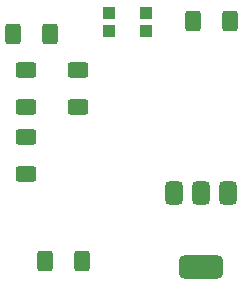
<source format=gbr>
%TF.GenerationSoftware,KiCad,Pcbnew,8.0.4*%
%TF.CreationDate,2024-08-06T00:45:31-04:00*%
%TF.ProjectId,esp32-c3-wroom-socket,65737033-322d-4633-932d-77726f6f6d2d,rev?*%
%TF.SameCoordinates,Original*%
%TF.FileFunction,Paste,Bot*%
%TF.FilePolarity,Positive*%
%FSLAX46Y46*%
G04 Gerber Fmt 4.6, Leading zero omitted, Abs format (unit mm)*
G04 Created by KiCad (PCBNEW 8.0.4) date 2024-08-06 00:45:31*
%MOMM*%
%LPD*%
G01*
G04 APERTURE LIST*
G04 Aperture macros list*
%AMRoundRect*
0 Rectangle with rounded corners*
0 $1 Rounding radius*
0 $2 $3 $4 $5 $6 $7 $8 $9 X,Y pos of 4 corners*
0 Add a 4 corners polygon primitive as box body*
4,1,4,$2,$3,$4,$5,$6,$7,$8,$9,$2,$3,0*
0 Add four circle primitives for the rounded corners*
1,1,$1+$1,$2,$3*
1,1,$1+$1,$4,$5*
1,1,$1+$1,$6,$7*
1,1,$1+$1,$8,$9*
0 Add four rect primitives between the rounded corners*
20,1,$1+$1,$2,$3,$4,$5,0*
20,1,$1+$1,$4,$5,$6,$7,0*
20,1,$1+$1,$6,$7,$8,$9,0*
20,1,$1+$1,$8,$9,$2,$3,0*%
G04 Aperture macros list end*
%ADD10RoundRect,0.250000X-0.625000X0.400000X-0.625000X-0.400000X0.625000X-0.400000X0.625000X0.400000X0*%
%ADD11R,1.117600X1.041400*%
%ADD12RoundRect,0.250000X-0.400000X-0.625000X0.400000X-0.625000X0.400000X0.625000X-0.400000X0.625000X0*%
%ADD13RoundRect,0.375000X-0.375000X0.625000X-0.375000X-0.625000X0.375000X-0.625000X0.375000X0.625000X0*%
%ADD14RoundRect,0.500000X-1.400000X0.500000X-1.400000X-0.500000X1.400000X-0.500000X1.400000X0.500000X0*%
%ADD15RoundRect,0.250000X0.400000X0.625000X-0.400000X0.625000X-0.400000X-0.625000X0.400000X-0.625000X0*%
G04 APERTURE END LIST*
D10*
%TO.C,R8*%
X152500000Y-63450000D03*
X152500000Y-66550000D03*
%TD*%
D11*
%TO.C,LED1*%
X155109800Y-60100002D03*
X155109800Y-58600000D03*
X158310200Y-58600000D03*
X158310200Y-60100002D03*
%TD*%
D12*
%TO.C,R9*%
X149750000Y-79600000D03*
X152850000Y-79600000D03*
%TD*%
D10*
%TO.C,R10*%
X148100000Y-69150000D03*
X148100000Y-72250000D03*
%TD*%
%TO.C,R7*%
X148100000Y-63450000D03*
X148100000Y-66550000D03*
%TD*%
D13*
%TO.C,U2*%
X160600000Y-73850000D03*
X162900000Y-73850000D03*
D14*
X162900000Y-80150000D03*
D13*
X165200000Y-73850000D03*
%TD*%
D15*
%TO.C,R1*%
X150150000Y-60400000D03*
X147050000Y-60400000D03*
%TD*%
%TO.C,R4*%
X165350000Y-59300000D03*
X162250000Y-59300000D03*
%TD*%
M02*

</source>
